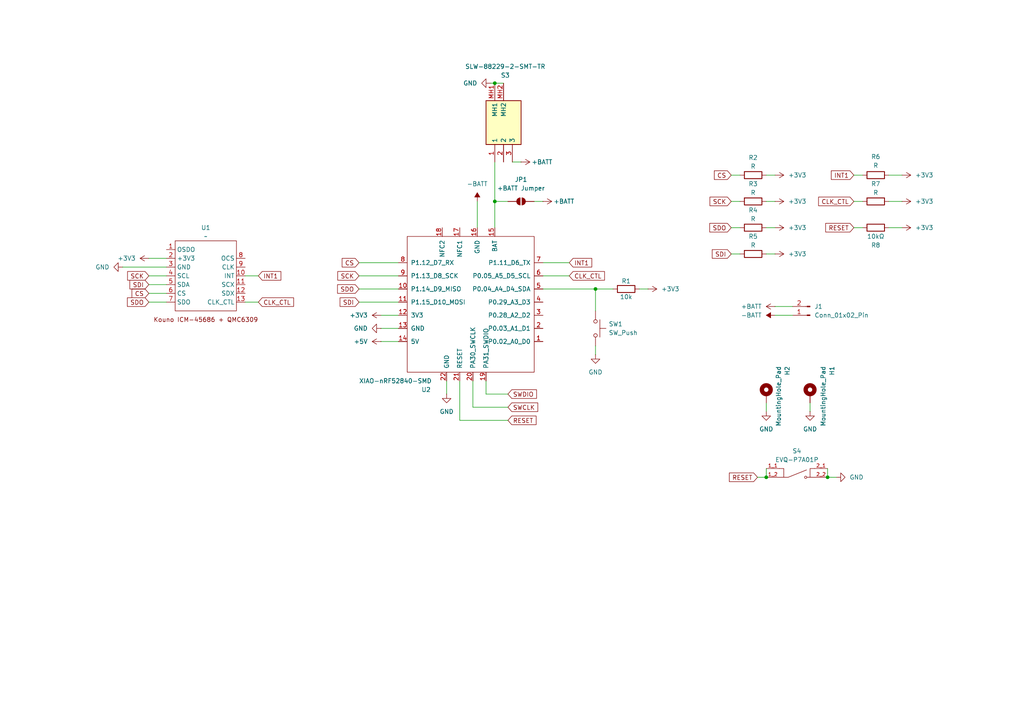
<source format=kicad_sch>
(kicad_sch (version 20250114) (generator "eeschema") (generator_version "9.0")
  (paper "A4")
  (title_block (title "Marathon 1") (rev "1"))
  (lib_symbols
    (symbol "Connector:Conn_01x02_Pin" (pin_names (offset 1.016) (hide yes))
      (property "Reference" "J" (at 0 2.54 0))
      (property "Value" "Conn_01x02_Pin" (at 0 -5.08 0))
      (symbol "Conn_01x02_Pin_1_1"
        (rectangle (start 0.8636 0.127) (end 0 -0.127) (stroke (width 0.1524)) (fill (type outline)))
        (rectangle (start 0.8636 -2.413) (end 0 -2.667) (stroke (width 0.1524)) (fill (type outline)))
        (polyline (pts (xy 1.27 0) (xy 0.8636 0)) (stroke (width 0.1524)))
        (polyline (pts (xy 1.27 -2.54) (xy 0.8636 -2.54)) (stroke (width 0.1524)))
        (pin passive line (at 5.08 0 180) (length 3.81) (name "Pin_1") (number "1"))
        (pin passive line (at 5.08 -2.54 180) (length 3.81) (name "Pin_2") (number "2"))
      )
    )
    (symbol "Device:R" (pin_numbers (hide yes)) (pin_names (offset 0))
      (property "Reference" "R" (at 2.032 0 90))
      (property "Value" "R" (at 0 0 90))
      (symbol "R_0_1"
        (rectangle (start -1.016 -2.54) (end 1.016 2.54) (stroke (width 0.254)))
      )
      (symbol "R_1_1"
        (pin passive line (at 0 3.81 270) (length 1.27) (name "~") (number "1"))
        (pin passive line (at 0 -3.81 90) (length 1.27) (name "~") (number "2"))
      )
    )
    (symbol "EVQ-P7A01P:EVQ-P7A01P" (pin_names (offset 1.016))
      (property "Reference" "S" (at -2.54 2.54 0))
      (property "Value" "EVQ-P7A01P" (at -6.35 -2.286 0))
      (symbol "EVQ-P7A01P_0_0"
        (polyline (pts (xy -2.54 0) (xy -5.08 0)) (stroke (width 0.1524)))
        (polyline (pts (xy -2.54 0) (xy 2.794 2.1336)) (stroke (width 0.1524)))
        (circle (center 2.54 0) (radius 0.3302) (stroke (width 0.1524)))
        (polyline (pts (xy 5.08 0) (xy 2.921 0)) (stroke (width 0.1524)))
      )
      (symbol "EVQ-P7A01P_0_1"
        (polyline (pts (xy -5.08 2.54) (xy -3.81 2.54) (xy -3.81 0)))
        (polyline (pts (xy 5.08 2.54) (xy 3.81 2.54) (xy 3.81 0)))
      )
      (symbol "EVQ-P7A01P_1_0"
        (pin passive line (at -8.89 2.54 0) (length 3.81) (name "~") (number "1_1"))
        (pin passive line (at -8.89 0 0) (length 3.81) (name "~") (number "1_2"))
        (pin passive line (at 8.89 2.54 180) (length 3.81) (name "~") (number "2_1"))
        (pin passive line (at 8.89 0 180) (length 3.81) (name "~") (number "2_2"))
      )
    )
    (symbol "Jumper:SolderJumper_2_Open" (pin_numbers (hide yes)) (pin_names (offset 0) (hide yes)) (in_bom no)
      (property "Reference" "JP" (at 0 2.032 0))
      (property "Value" "SolderJumper_2_Open" (at 0 -2.54 0))
      (symbol "SolderJumper_2_Open_0_1"
        (polyline (pts (xy -0.254 1.016) (xy -0.254 -1.016)))
        (arc (start -0.254 -1.016) (mid -1.2656 0) (end -0.254 1.016))
        (arc (start -0.254 -1.016) (mid -1.2656 0) (end -0.254 1.016) (fill (type outline)))
        (arc (start 0.254 1.016) (mid 1.2656 0) (end 0.254 -1.016))
        (arc (start 0.254 1.016) (mid 1.2656 0) (end 0.254 -1.016) (fill (type outline)))
        (polyline (pts (xy 0.254 1.016) (xy 0.254 -1.016)))
      )
      (symbol "SolderJumper_2_Open_1_1"
        (pin passive line (at -3.81 0 0) (length 2.54) (name "A") (number "1"))
        (pin passive line (at 3.81 0 180) (length 2.54) (name "B") (number "2"))
      )
    )
    (symbol "Mechanical:MountingHole_Pad" (pin_numbers (hide yes)) (pin_names (offset 1.016) (hide yes)) (in_bom no)
      (property "Reference" "H" (at 0 6.35 0))
      (property "Value" "MountingHole_Pad" (at 0 4.445 0))
      (symbol "MountingHole_Pad_0_1"
        (circle (center 0 1.27) (radius 1.27) (stroke (width 1.27)))
      )
      (symbol "MountingHole_Pad_1_1"
        (pin input line (at 0 -2.54 90) (length 2.54) (name "1") (number "1"))
      )
    )
    (symbol "PCB Modules:Kouno_ICM-45686_+_QMC6309_Module"
      (property "Reference" "U" (at -20.32 0 0))
      (symbol "Kouno_ICM-45686_+_QMC6309_Module_0_1"
        (rectangle (start -8.89 10.16) (end 8.89 -10.16))
      )
      (symbol "Kouno_ICM-45686_+_QMC6309_Module_1_1"
        (text "Kouno ICM-45686 + QMC6309" (at 0 -12.7 0) (effects (font (size 1.27 1.27))))
        (pin bidirectional line (at -11.43 7.62 0) (length 2.54) (name "OSDO") (number "1"))
        (pin input line (at -11.43 5.08 0) (length 2.54) (name "+3V3") (number "2"))
        (pin passive line (at -11.43 2.54 0) (length 2.54) (name "GND") (number "3"))
        (pin input line (at -11.43 0 0) (length 2.54) (name "SCL") (number "4"))
        (pin bidirectional line (at -11.43 -2.54 0) (length 2.54) (name "SDA") (number "5"))
        (pin input line (at -11.43 -5.08 0) (length 2.54) (name "CS") (number "6"))
        (pin input line (at -11.43 -7.62 0) (length 2.54) (name "SDO") (number "7"))
        (pin bidirectional line (at 11.43 5.08 180) (length 2.54) (name "OCS") (number "8"))
        (pin output line (at 11.43 2.54 180) (length 2.54) (name "CLK") (number "9"))
        (pin input line (at 11.43 0 180) (length 2.54) (name "INT") (number "10"))
        (pin output line (at 11.43 -2.54 180) (length 2.54) (name "SCX") (number "11"))
        (pin bidirectional line (at 11.43 -5.08 180) (length 2.54) (name "SDX") (number "12"))
        (pin input line (at 11.43 -7.62 180) (length 2.54) (name "CLK_CTL") (number "13"))
      )
    )
    (symbol "SLW-88229-2-SMT-TR:SLW-88229-2-SMT-TR"
      (property "Reference" "S" (at 19.05 7.62 0))
      (property "Value" "SLW-88229-2-SMT-TR" (at 19.05 5.08 0))
      (symbol "SLW-88229-2-SMT-TR_1_1"
        (rectangle (start 5.08 2.54) (end 17.78 -7.62) (stroke (width 0.254)) (fill (type background)))
        (pin passive line (at 0 0 0) (length 5.08) (name "1") (number "1"))
        (pin passive line (at 0 -2.54 0) (length 5.08) (name "2") (number "2"))
        (pin passive line (at 0 -5.08 0) (length 5.08) (name "3") (number "3"))
        (pin passive line (at 22.86 0 180) (length 5.08) (name "MH1") (number "MH1"))
        (pin passive line (at 22.86 -2.54 180) (length 5.08) (name "MH2") (number "MH2"))
      )
    )
    (symbol "Seeed_Studio_XIAO_Series:XIAO-nRF52840-SMD" (pin_names (offset 1.016))
      (property "Reference" "U" (at -18.542 23.114 0))
      (property "Value" "XIAO-nRF52840-SMD" (at -8.636 21.336 0))
      (symbol "XIAO-nRF52840-SMD_0_1"
        (rectangle (start -19.05 20.32) (end 17.78 -19.05))
      )
      (symbol "XIAO-nRF52840-SMD_1_1"
        (pin passive line (at -21.59 11.43 0) (length 2.54) (name "P0.02_A0_D0") (number "1"))
        (pin passive line (at -21.59 7.62 0) (length 2.54) (name "P0.03_A1_D1") (number "2"))
        (pin passive line (at -21.59 3.81 0) (length 2.54) (name "P0.28_A2_D2") (number "3"))
        (pin passive line (at -21.59 0 0) (length 2.54) (name "P0.29_A3_D3") (number "4"))
        (pin passive line (at -21.59 -3.81 0) (length 2.54) (name "P0.04_A4_D4_SDA") (number "5"))
        (pin passive line (at -21.59 -7.62 0) (length 2.54) (name "P0.05_A5_D5_SCL") (number "6"))
        (pin passive line (at -21.59 -11.43 0) (length 2.54) (name "P1.11_D6_TX") (number "7"))
        (pin passive line (at -7.62 -21.59 90) (length 2.54) (name "BAT") (number "15"))
        (pin passive line (at -5.08 22.86 270) (length 2.54) (name "PA31_SWDIO") (number "19"))
        (pin passive line (at -2.54 -21.59 90) (length 2.54) (name "GND") (number "16"))
        (pin passive line (at -1.27 22.86 270) (length 2.54) (name "PA30_SWCLK") (number "20"))
        (pin passive line (at 2.54 22.86 270) (length 2.54) (name "RESET") (number "21"))
        (pin passive line (at 2.54 -21.59 90) (length 2.54) (name "NFC1") (number "17"))
        (pin passive line (at 6.35 22.86 270) (length 2.54) (name "GND") (number "22"))
        (pin passive line (at 7.62 -21.59 90) (length 2.54) (name "NFC2") (number "18"))
        (pin passive line (at 20.32 11.43 180) (length 2.54) (name "5V") (number "14"))
        (pin passive line (at 20.32 7.62 180) (length 2.54) (name "GND") (number "13"))
        (pin passive line (at 20.32 3.81 180) (length 2.54) (name "3V3") (number "12"))
        (pin passive line (at 20.32 0 180) (length 2.54) (name "P1.15_D10_MOSI") (number "11"))
        (pin passive line (at 20.32 -3.81 180) (length 2.54) (name "P1.14_D9_MISO") (number "10"))
        (pin passive line (at 20.32 -7.62 180) (length 2.54) (name "P1.13_D8_SCK") (number "9"))
        (pin passive line (at 20.32 -11.43 180) (length 2.54) (name "P1.12_D7_RX") (number "8"))
      )
    )
    (symbol "Switch:SW_Push" (pin_numbers (hide yes)) (pin_names (offset 1.016) (hide yes))
      (property "Reference" "SW" (at 1.27 2.54 0))
      (property "Value" "SW_Push" (at 0 -1.524 0))
      (symbol "SW_Push_0_1"
        (circle (center -2.032 0) (radius 0.508))
        (polyline (pts (xy 0 1.27) (xy 0 3.048)))
        (circle (center 2.032 0) (radius 0.508))
        (polyline (pts (xy 2.54 1.27) (xy -2.54 1.27)))
        (pin passive line (at -5.08 0 0) (length 2.54) (name "1") (number "1"))
        (pin passive line (at 5.08 0 180) (length 2.54) (name "2") (number "2"))
      )
    )
    (symbol "power:+3V3" (power) (pin_numbers (hide yes)) (pin_names (offset 0) (hide yes))
      (property "Value" "+3V3" (at 0 3.556 0))
      (symbol "+3V3_0_1"
        (polyline (pts (xy -0.762 1.27) (xy 0 2.54)))
        (polyline (pts (xy 0 2.54) (xy 0.762 1.27)))
        (polyline (pts (xy 0 0) (xy 0 2.54)))
      )
      (symbol "+3V3_1_1"
        (pin power_in line (at 0 0 90) (length 0) (name "~") (number "1"))
      )
    )
    (symbol "power:+5V" (power) (pin_numbers (hide yes)) (pin_names (offset 0) (hide yes))
      (property "Value" "+5V" (at 0 3.556 0))
      (symbol "+5V_0_1"
        (polyline (pts (xy -0.762 1.27) (xy 0 2.54)))
        (polyline (pts (xy 0 2.54) (xy 0.762 1.27)))
        (polyline (pts (xy 0 0) (xy 0 2.54)))
      )
      (symbol "+5V_1_1"
        (pin power_in line (at 0 0 90) (length 0) (name "~") (number "1"))
      )
    )
    (symbol "power:+BATT" (power) (pin_numbers (hide yes)) (pin_names (offset 0) (hide yes))
      (property "Value" "+BATT" (at 0 3.556 0))
      (symbol "+BATT_0_1"
        (polyline (pts (xy -0.762 1.27) (xy 0 2.54)))
        (polyline (pts (xy 0 2.54) (xy 0.762 1.27)))
        (polyline (pts (xy 0 0) (xy 0 2.54)))
      )
      (symbol "+BATT_1_1"
        (pin power_in line (at 0 0 90) (length 0) (name "~") (number "1"))
      )
    )
    (symbol "power:-BATT" (power) (pin_numbers (hide yes)) (pin_names (offset 0) (hide yes))
      (property "Value" "-BATT" (at 0 3.556 0))
      (symbol "-BATT_0_1"
        (polyline (pts (xy 0 0) (xy 0 2.54)))
        (polyline (pts (xy 0.762 1.27) (xy -0.762 1.27) (xy 0 2.54) (xy 0.762 1.27)) (fill (type outline)))
      )
      (symbol "-BATT_1_1"
        (pin power_in line (at 0 0 90) (length 0) (name "~") (number "1"))
      )
    )
    (symbol "power:GND" (power) (pin_numbers (hide yes)) (pin_names (offset 0) (hide yes))
      (property "Value" "GND" (at 0 -3.81 0))
      (symbol "GND_0_1"
        (polyline (pts (xy 0 0) (xy 0 -1.27) (xy 1.27 -1.27) (xy 0 -2.54) (xy -1.27 -1.27) (xy 0 -1.27)))
      )
      (symbol "GND_1_1"
        (pin power_in line (at 0 0 270) (length 0) (name "~") (number "1"))
      )
    )
  )
  (junction (at 143.51 58.42))
  (junction (at 222.25 138.43))
  (junction (at 240.03 138.43))
  (junction (at 172.72 83.82))
  (junction (at 143.51 24.13))
  (wire (pts (xy 133.35 110.49) (xy 133.35 121.92)))
  (wire (pts (xy 185.42 83.82) (xy 187.96 83.82)))
  (wire (pts (xy 222.25 66.04) (xy 224.79 66.04)))
  (wire (pts (xy 43.18 87.63) (xy 48.26 87.63)))
  (wire (pts (xy 104.14 83.82) (xy 115.57 83.82)))
  (wire (pts (xy 172.72 83.82) (xy 177.8 83.82)))
  (wire (pts (xy 212.09 50.8) (xy 214.63 50.8)))
  (wire (pts (xy 157.48 83.82) (xy 172.72 83.82)))
  (wire (pts (xy 138.43 58.42) (xy 138.43 66.04)))
  (wire (pts (xy 71.12 87.63) (xy 74.93 87.63)))
  (wire (pts (xy 71.12 80.01) (xy 74.93 80.01)))
  (wire (pts (xy 212.09 58.42) (xy 214.63 58.42)))
  (wire (pts (xy 140.97 110.49) (xy 140.97 114.3)))
  (wire (pts (xy 104.14 80.01) (xy 115.57 80.01)))
  (wire (pts (xy 172.72 83.82) (xy 172.72 90.17)))
  (wire (pts (xy 143.51 46.99) (xy 143.51 58.42)))
  (wire (pts (xy 222.25 58.42) (xy 224.79 58.42)))
  (wire (pts (xy 104.14 76.2) (xy 115.57 76.2)))
  (wire (pts (xy 142.24 24.13) (xy 143.51 24.13)))
  (wire (pts (xy 222.25 135.89) (xy 222.25 138.43)))
  (wire (pts (xy 224.79 91.44) (xy 229.87 91.44)))
  (wire (pts (xy 247.65 58.42) (xy 250.19 58.42)))
  (wire (pts (xy 140.97 114.3) (xy 147.32 114.3)))
  (wire (pts (xy 247.65 50.8) (xy 250.19 50.8)))
  (wire (pts (xy 110.49 99.06) (xy 115.57 99.06)))
  (wire (pts (xy 240.03 135.89) (xy 240.03 138.43)))
  (wire (pts (xy 212.09 73.66) (xy 214.63 73.66)))
  (wire (pts (xy 35.56 77.47) (xy 48.26 77.47)))
  (wire (pts (xy 212.09 66.04) (xy 214.63 66.04)))
  (wire (pts (xy 110.49 95.25) (xy 115.57 95.25)))
  (wire (pts (xy 224.79 88.9) (xy 229.87 88.9)))
  (wire (pts (xy 222.25 116.84) (xy 222.25 119.38)))
  (wire (pts (xy 133.35 121.92) (xy 147.32 121.92)))
  (wire (pts (xy 137.16 110.49) (xy 137.16 118.11)))
  (wire (pts (xy 222.25 50.8) (xy 224.79 50.8)))
  (wire (pts (xy 104.14 87.63) (xy 115.57 87.63)))
  (wire (pts (xy 147.32 58.42) (xy 143.51 58.42)))
  (wire (pts (xy 137.16 118.11) (xy 147.32 118.11)))
  (wire (pts (xy 240.03 138.43) (xy 242.57 138.43)))
  (wire (pts (xy 154.94 58.42) (xy 157.48 58.42)))
  (wire (pts (xy 157.48 76.2) (xy 165.1 76.2)))
  (wire (pts (xy 257.81 58.42) (xy 261.62 58.42)))
  (wire (pts (xy 172.72 100.33) (xy 172.72 102.87)))
  (wire (pts (xy 222.25 73.66) (xy 224.79 73.66)))
  (wire (pts (xy 43.18 85.09) (xy 48.26 85.09)))
  (wire (pts (xy 129.54 110.49) (xy 129.54 114.3)))
  (wire (pts (xy 234.95 116.84) (xy 234.95 119.38)))
  (wire (pts (xy 43.18 82.55) (xy 48.26 82.55)))
  (wire (pts (xy 143.51 24.13) (xy 146.05 24.13)))
  (wire (pts (xy 219.71 138.43) (xy 222.25 138.43)))
  (wire (pts (xy 157.48 80.01) (xy 165.1 80.01)))
  (wire (pts (xy 143.51 58.42) (xy 143.51 66.04)))
  (wire (pts (xy 257.81 66.04) (xy 261.62 66.04)))
  (wire (pts (xy 247.65 66.04) (xy 250.19 66.04)))
  (wire (pts (xy 148.59 46.99) (xy 151.13 46.99)))
  (wire (pts (xy 257.81 50.8) (xy 261.62 50.8)))
  (wire (pts (xy 110.49 91.44) (xy 115.57 91.44)))
  (wire (pts (xy 43.18 74.93) (xy 48.26 74.93)))
  (wire (pts (xy 43.18 80.01) (xy 48.26 80.01)))
  (global_label "CS" (shape input) (at 104.14 76.2 180) (property "Intersheetrefs" "${INTERSHEET_REFS}" (effects (hide yes))))
  (global_label "SCK" (shape input) (at 212.09 58.42 180) (property "Intersheetrefs" "${INTERSHEET_REFS}" (effects (hide yes))))
  (global_label "SWCLK" (shape input) (at 147.32 118.11 0) (property "Intersheetrefs" "${INTERSHEET_REFS}" (effects (hide yes))))
  (global_label "CS" (shape input) (at 212.09 50.8 180) (property "Intersheetrefs" "${INTERSHEET_REFS}" (effects (hide yes))))
  (global_label "SDO" (shape input) (at 212.09 66.04 180) (property "Intersheetrefs" "${INTERSHEET_REFS}" (effects (hide yes))))
  (global_label "RESET" (shape input) (at 247.65 66.04 180) (property "Intersheetrefs" "${INTERSHEET_REFS}" (effects (hide yes))))
  (global_label "RESET" (shape input) (at 147.32 121.92 0) (property "Intersheetrefs" "${INTERSHEET_REFS}" (effects (hide yes))))
  (global_label "SDI" (shape input) (at 43.18 82.55 180) (property "Intersheetrefs" "${INTERSHEET_REFS}" (effects (hide yes))))
  (global_label "CLK_CTL" (shape input) (at 74.93 87.63 0) (property "Intersheetrefs" "${INTERSHEET_REFS}" (effects (hide yes))))
  (global_label "SDI" (shape input) (at 104.14 87.63 180) (property "Intersheetrefs" "${INTERSHEET_REFS}" (effects (hide yes))))
  (global_label "INT1" (shape input) (at 247.65 50.8 180) (property "Intersheetrefs" "${INTERSHEET_REFS}" (effects (hide yes))))
  (global_label "CS" (shape input) (at 43.18 85.09 180) (property "Intersheetrefs" "${INTERSHEET_REFS}" (effects (hide yes))))
  (global_label "SCK" (shape input) (at 43.18 80.01 180) (property "Intersheetrefs" "${INTERSHEET_REFS}" (effects (hide yes))))
  (global_label "SDI" (shape input) (at 212.09 73.66 180) (property "Intersheetrefs" "${INTERSHEET_REFS}" (effects (hide yes))))
  (global_label "CLK_CTL" (shape input) (at 165.1 80.01 0) (property "Intersheetrefs" "${INTERSHEET_REFS}" (effects (hide yes))))
  (global_label "RESET" (shape input) (at 219.71 138.43 180) (property "Intersheetrefs" "${INTERSHEET_REFS}" (effects (hide yes))))
  (global_label "SCK" (shape input) (at 104.14 80.01 180) (property "Intersheetrefs" "${INTERSHEET_REFS}" (effects (hide yes))))
  (global_label "SDO" (shape input) (at 43.18 87.63 180) (property "Intersheetrefs" "${INTERSHEET_REFS}" (effects (hide yes))))
  (global_label "CLK_CTL" (shape input) (at 247.65 58.42 180) (property "Intersheetrefs" "${INTERSHEET_REFS}" (effects (hide yes))))
  (global_label "SDO" (shape input) (at 104.14 83.82 180) (property "Intersheetrefs" "${INTERSHEET_REFS}" (effects (hide yes))))
  (global_label "INT1" (shape input) (at 74.93 80.01 0) (property "Intersheetrefs" "${INTERSHEET_REFS}" (effects (hide yes))))
  (global_label "SWDIO" (shape input) (at 147.32 114.3 0) (property "Intersheetrefs" "${INTERSHEET_REFS}" (effects (hide yes))))
  (global_label "INT1" (shape input) (at 165.1 76.2 0) (property "Intersheetrefs" "${INTERSHEET_REFS}" (effects (hide yes))))
  (symbol (lib_id "power:+3V3") (at 224.79 50.8 270) (unit 1)
    (property "Reference" "#PWR017" (effects (hide yes)))
    (property "Value" "+3V3" (at 228.6 50.7999 90) (effects (justify left)))
    (property "Description" "Power symbol creates a global label with name \"+3V3\"" (effects (hide yes)))
  )
  (symbol (lib_id "power:+5V") (at 110.49 99.06 90) (unit 1)
    (property "Reference" "#PWR07" (effects (hide yes)))
    (property "Value" "+5V" (at 106.68 99.0599 90) (effects (justify left)))
    (property "Description" "Power symbol creates a global label with name \"+5V\"" (effects (hide yes)))
  )
  (symbol (lib_id "Mechanical:MountingHole_Pad") (at 234.95 114.3 0) (unit 1) (in_bom no)
    (property "Reference" "H1" (at 241.3 106.172 90) (effects (justify right)))
    (property "Value" "MountingHole_Pad" (at 238.76 106.172 90) (effects (justify right)))
    (property "Footprint" "MountingHole:MountingHole_2.2mm_M2_DIN965_Pad" (effects (hide yes)))
    (property "Description" "Mounting Hole with connection" (effects (hide yes)))
  )
  (symbol (lib_id "power:+3V3") (at 187.96 83.82 270) (unit 1)
    (property "Reference" "#PWR013" (effects (hide yes)))
    (property "Value" "+3V3" (at 191.77 83.8199 90) (effects (justify left)))
    (property "Description" "Power symbol creates a global label with name \"+3V3\"" (effects (hide yes)))
  )
  (symbol (lib_id "Device:R") (at 254 50.8 90) (unit 1)
    (property "Reference" "R6" (at 254 45.466 90))
    (property "Value" "R" (at 254 48.006 90))
    (property "Footprint" "Capacitor_SMD:C_0603_1608Metric" (effects (hide yes)))
    (property "Description" "Resistor" (effects (hide yes)))
  )
  (symbol (lib_id "power:+3V3") (at 224.79 73.66 270) (unit 1)
    (property "Reference" "#PWR020" (effects (hide yes)))
    (property "Value" "+3V3" (at 228.6 73.6599 90) (effects (justify left)))
    (property "Description" "Power symbol creates a global label with name \"+3V3\"" (effects (hide yes)))
  )
  (symbol (lib_id "power:+BATT") (at 151.13 46.99 270) (unit 1)
    (property "Reference" "#PWR02" (effects (hide yes)))
    (property "Value" "+BATT" (at 157.226 46.99 90))
    (property "Description" "Power symbol creates a global label with name \"+BATT\"" (effects (hide yes)))
  )
  (symbol (lib_id "Seeed_Studio_XIAO_Series:XIAO-nRF52840-SMD") (at 135.89 87.63 180) (unit 1)
    (property "Reference" "U2" (at 124.968 113.03 0) (effects (justify left)))
    (property "Value" "XIAO-nRF52840-SMD" (at 125.222 110.49 0) (effects (justify left)))
    (property "Footprint" "Seeed Studio XIAO Series Library:XIAO-nRF52840-SMD" (effects (hide yes)))
  )
  (symbol (lib_id "power:GND") (at 172.72 102.87 0) (unit 1)
    (property "Reference" "#PWR023" (effects (hide yes)))
    (property "Value" "GND" (at 172.72 107.95 0))
    (property "Description" "Power symbol creates a global label with name \"GND\" , ground" (effects (hide yes)))
  )
  (symbol (lib_id "Switch:SW_Push") (at 172.72 95.25 270) (unit 1)
    (property "Reference" "SW1" (at 176.53 93.9799 90) (effects (justify left)))
    (property "Value" "SW_Push" (at 176.53 96.5199 90) (effects (justify left)))
    (property "Footprint" "Button_Switch_SMD:SW_SPST_CK_KMS2xxGP" (effects (hide yes)))
    (property "Description" "Push button switch, generic, two pins" (effects (hide yes)))
  )
  (symbol (lib_id "SLW-88229-2-SMT-TR:SLW-88229-2-SMT-TR") (at 143.51 46.99 90) (unit 1)
    (property "Reference" "S3" (at 146.558 21.844 90))
    (property "Value" "SLW-88229-2-SMT-TR" (at 146.558 19.304 90))
    (property "Footprint" "SLW882292SMTTR" (effects (hide yes)))
    (property "Datasheet" "https://www.sameskydevices.com/product/resource/supplyframepdf/slw-88229-2-smt-tr.pdf" (effects (hide yes)))
    (property "Description" "8.8 x 2 x 2.9 mm, 2 mm Raised Slide Actuator, Right-Angle, Surface Mount, Slide Switch" (effects (hide yes)))
    (property "Height" "2.2" (effects (hide yes)))
    (property "Mouser Part Number" "179-SLW-88229-2SMTTR" (effects (hide yes)))
    (property "Mouser Price/Stock" "https://www.mouser.co.uk/ProductDetail/CUI-Devices/SLW-88229-2-SMT-TR?qs=1Kr7Jg1SGW9ZYMAFogLQTQ%3D%3D" (effects (hide yes)))
    (property "Manufacturer_Name" "Same Sky" (effects (hide yes)))
    (property "Manufacturer_Part_Number" "SLW-88229-2-SMT-TR" (effects (hide yes)))
  )
  (symbol (lib_id "power:-BATT") (at 224.79 91.44 90) (unit 1)
    (property "Reference" "#PWR011" (effects (hide yes)))
    (property "Value" "-BATT" (at 220.98 91.4399 90) (effects (justify left)))
    (property "Description" "Power symbol creates a global label with name \"-BATT\"" (effects (hide yes)))
  )
  (symbol (lib_id "Device:R") (at 254 66.04 270) (unit 1)
    (property "Reference" "R8" (at 254 71.12 90))
    (property "Value" "10kΩ" (at 254 68.58 90))
    (property "Footprint" "Resistor_SMD:R_0603_1608Metric" (effects (hide yes)))
    (property "Description" "Resistor" (effects (hide yes)))
  )
  (symbol (lib_id "Device:R") (at 218.44 66.04 90) (unit 1)
    (property "Reference" "R4" (at 218.44 60.96 90))
    (property "Value" "R" (at 218.44 63.5 90))
    (property "Footprint" "Resistor_SMD:R_0603_1608Metric" (effects (hide yes)))
    (property "Description" "Resistor" (effects (hide yes)))
  )
  (symbol (lib_id "power:+3V3") (at 110.49 91.44 90) (unit 1)
    (property "Reference" "#PWR04" (effects (hide yes)))
    (property "Value" "+3V3" (at 106.68 91.4399 90) (effects (justify left)))
    (property "Description" "Power symbol creates a global label with name \"+3V3\"" (effects (hide yes)))
  )
  (symbol (lib_id "power:+3V3") (at 224.79 66.04 270) (unit 1)
    (property "Reference" "#PWR019" (effects (hide yes)))
    (property "Value" "+3V3" (at 228.6 66.0399 90) (effects (justify left)))
    (property "Description" "Power symbol creates a global label with name \"+3V3\"" (effects (hide yes)))
  )
  (symbol (lib_id "Device:R") (at 218.44 73.66 90) (unit 1)
    (property "Reference" "R5" (at 218.44 68.58 90))
    (property "Value" "R" (at 218.44 71.12 90))
    (property "Footprint" "Resistor_SMD:R_0603_1608Metric" (effects (hide yes)))
    (property "Description" "Resistor" (effects (hide yes)))
  )
  (symbol (lib_id "Mechanical:MountingHole_Pad") (at 222.25 114.3 0) (unit 1) (in_bom no)
    (property "Reference" "H2" (at 228.346 106.172 90) (effects (justify right)))
    (property "Value" "MountingHole_Pad" (at 225.806 106.172 90) (effects (justify right)))
    (property "Footprint" "MountingHole:MountingHole_2.2mm_M2_DIN965_Pad" (effects (hide yes)))
    (property "Description" "Mounting Hole with connection" (effects (hide yes)))
  )
  (symbol (lib_id "power:GND") (at 142.24 24.13 270) (unit 1)
    (property "Reference" "#PWR014" (effects (hide yes)))
    (property "Value" "GND" (at 138.43 24.1299 90) (effects (justify right)))
    (property "Description" "Power symbol creates a global label with name \"GND\" , ground" (effects (hide yes)))
  )
  (symbol (lib_id "power:+BATT") (at 157.48 58.42 270) (unit 1)
    (property "Reference" "#PWR012" (effects (hide yes)))
    (property "Value" "+BATT" (at 163.576 58.42 90))
    (property "Description" "Power symbol creates a global label with name \"+BATT\"" (effects (hide yes)))
  )
  (symbol (lib_id "power:-BATT") (at 138.43 58.42 0) (unit 1)
    (property "Reference" "#PWR03" (effects (hide yes)))
    (property "Value" "-BATT" (at 138.43 53.34 0))
    (property "Description" "Power symbol creates a global label with name \"-BATT\"" (effects (hide yes)))
  )
  (symbol (lib_id "power:GND") (at 129.54 114.3 0) (unit 1)
    (property "Reference" "#PWR08" (effects (hide yes)))
    (property "Value" "GND" (at 129.54 119.38 0))
    (property "Description" "Power symbol creates a global label with name \"GND\" , ground" (effects (hide yes)))
  )
  (symbol (lib_id "power:+3V3") (at 43.18 74.93 90) (unit 1)
    (property "Reference" "#PWR05" (effects (hide yes)))
    (property "Value" "+3V3" (at 39.37 74.9299 90) (effects (justify left)))
    (property "Description" "Power symbol creates a global label with name \"+3V3\"" (effects (hide yes)))
  )
  (symbol (lib_id "Jumper:SolderJumper_2_Open") (at 151.13 58.42 0) (unit 1) (in_bom no)
    (property "Reference" "JP1" (at 151.13 52.07 0))
    (property "Value" "+BATT Jumper" (at 151.13 54.61 0))
    (property "Footprint" "Jumper:SolderJumper-2_P1.3mm_Open_RoundedPad1.0x1.5mm" (effects (hide yes)))
    (property "Description" "Solder Jumper, 2-pole, open" (effects (hide yes)))
  )
  (symbol (lib_id "EVQ-P7A01P:EVQ-P7A01P") (at 231.14 138.43 0) (unit 1)
    (property "Reference" "S4" (at 231.14 130.81 0))
    (property "Value" "EVQ-P7A01P" (at 231.14 133.35 0))
    (property "Footprint" "EVQ_P7A01P:SW_EVQ-P7A01P" (effects (hide yes)))
  )
  (symbol (lib_id "PCB Modules:Kouno_ICM-45686_+_QMC6309_Module") (at 59.69 80.01 0) (unit 1)
    (property "Reference" "U1" (at 59.69 66.04 0))
    (property "Value" "~" (at 59.69 68.58 0))
    (property "Footprint" "Package_DFN_QFN:Kouno ICM-45686 + QMC6309 Module" (effects (hide yes)))
  )
  (symbol (lib_id "power:GND") (at 35.56 77.47 270) (unit 1)
    (property "Reference" "#PWR06" (effects (hide yes)))
    (property "Value" "GND" (at 31.75 77.4699 90) (effects (justify right)))
    (property "Description" "Power symbol creates a global label with name \"GND\" , ground" (effects (hide yes)))
  )
  (symbol (lib_id "power:+3V3") (at 224.79 58.42 270) (unit 1)
    (property "Reference" "#PWR018" (effects (hide yes)))
    (property "Value" "+3V3" (at 228.6 58.4199 90) (effects (justify left)))
    (property "Description" "Power symbol creates a global label with name \"+3V3\"" (effects (hide yes)))
  )
  (symbol (lib_id "power:GND") (at 242.57 138.43 90) (unit 1)
    (property "Reference" "#PWR01" (effects (hide yes)))
    (property "Value" "GND" (at 246.38 138.4299 90) (effects (justify right)))
    (property "Description" "Power symbol creates a global label with name \"GND\" , ground" (effects (hide yes)))
  )
  (symbol (lib_id "Connector:Conn_01x02_Pin") (at 234.95 91.44 180) (unit 1)
    (property "Reference" "J1" (at 236.22 88.8999 0) (effects (justify right)))
    (property "Value" "Conn_01x02_Pin" (at 236.22 91.4399 0) (effects (justify right)))
    (property "Footprint" "Connector_PinHeader_2.00mm:PinHeader_1x02_P2.00mm_Vertical" (effects (hide yes)))
    (property "Description" "Generic connector, single row, 01x02, script generated" (effects (hide yes)))
  )
  (symbol (lib_id "power:+BATT") (at 224.79 88.9 90) (unit 1)
    (property "Reference" "#PWR010" (effects (hide yes)))
    (property "Value" "+BATT" (at 220.98 88.8999 90) (effects (justify left)))
    (property "Description" "Power symbol creates a global label with name \"+BATT\"" (effects (hide yes)))
  )
  (symbol (lib_id "Device:R") (at 181.61 83.82 270) (unit 1)
    (property "Reference" "R1" (at 181.61 81.534 90))
    (property "Value" "10k" (at 181.61 86.106 90))
    (property "Footprint" "Resistor_SMD:R_0603_1608Metric" (effects (hide yes)))
    (property "Description" "Resistor" (effects (hide yes)))
  )
  (symbol (lib_id "Device:R") (at 218.44 50.8 90) (unit 1)
    (property "Reference" "R2" (at 218.44 45.72 90))
    (property "Value" "R" (at 218.44 48.26 90))
    (property "Footprint" "Resistor_SMD:R_0603_1608Metric" (effects (hide yes)))
    (property "Description" "Resistor" (effects (hide yes)))
  )
  (symbol (lib_id "Device:R") (at 218.44 58.42 90) (unit 1)
    (property "Reference" "R3" (at 218.44 53.34 90))
    (property "Value" "R" (at 218.44 55.88 90))
    (property "Footprint" "Resistor_SMD:R_0603_1608Metric" (effects (hide yes)))
    (property "Description" "Resistor" (effects (hide yes)))
  )
  (symbol (lib_id "power:+3V3") (at 261.62 50.8 270) (unit 1)
    (property "Reference" "#PWR021" (effects (hide yes)))
    (property "Value" "+3V3" (at 265.43 50.7999 90) (effects (justify left)))
    (property "Description" "Power symbol creates a global label with name \"+3V3\"" (effects (hide yes)))
  )
  (symbol (lib_id "power:GND") (at 110.49 95.25 270) (unit 1)
    (property "Reference" "#PWR09" (effects (hide yes)))
    (property "Value" "GND" (at 106.68 95.2499 90) (effects (justify right)))
    (property "Description" "Power symbol creates a global label with name \"GND\" , ground" (effects (hide yes)))
  )
  (symbol (lib_id "power:+3V3") (at 261.62 58.42 270) (unit 1)
    (property "Reference" "#PWR022" (effects (hide yes)))
    (property "Value" "+3V3" (at 265.43 58.4199 90) (effects (justify left)))
    (property "Description" "Power symbol creates a global label with name \"+3V3\"" (effects (hide yes)))
  )
  (symbol (lib_id "power:+3V3") (at 261.62 66.04 270) (unit 1)
    (property "Reference" "#PWR024" (effects (hide yes)))
    (property "Value" "+3V3" (at 265.43 66.0399 90) (effects (justify left)))
    (property "Description" "Power symbol creates a global label with name \"+3V3\"" (effects (hide yes)))
  )
  (symbol (lib_id "power:GND") (at 234.95 119.38 0) (unit 1)
    (property "Reference" "#PWR016" (effects (hide yes)))
    (property "Value" "GND" (at 234.95 124.46 0))
    (property "Description" "Power symbol creates a global label with name \"GND\" , ground" (effects (hide yes)))
  )
  (symbol (lib_id "Device:R") (at 254 58.42 90) (unit 1)
    (property "Reference" "R7" (at 254 53.34 90))
    (property "Value" "R" (at 254 55.88 90))
    (property "Footprint" "Resistor_SMD:R_0603_1608Metric" (effects (hide yes)))
    (property "Description" "Resistor" (effects (hide yes)))
  )
  (symbol (lib_id "power:GND") (at 222.25 119.38 0) (unit 1)
    (property "Reference" "#PWR015" (effects (hide yes)))
    (property "Value" "GND" (at 222.25 124.46 0))
    (property "Description" "Power symbol creates a global label with name \"GND\" , ground" (effects (hide yes)))
  )
)
</source>
